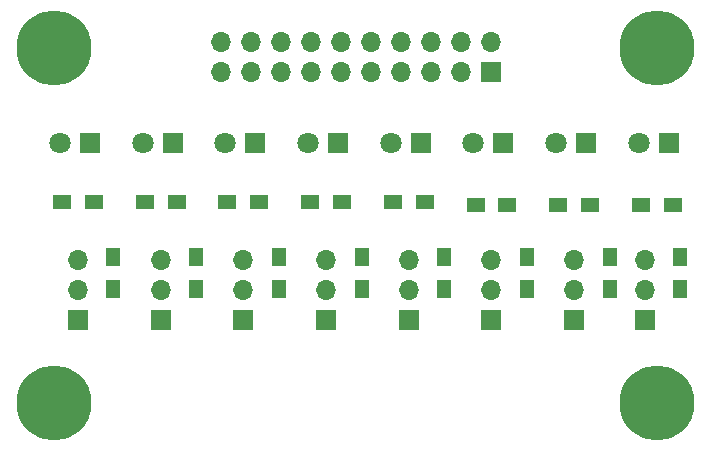
<source format=gbr>
%TF.GenerationSoftware,KiCad,Pcbnew,(6.0.1)*%
%TF.CreationDate,2022-05-23T13:46:20-04:00*%
%TF.ProjectId,SWLEDX8,53574c45-4458-4382-9e6b-696361645f70,X1*%
%TF.SameCoordinates,Original*%
%TF.FileFunction,Soldermask,Bot*%
%TF.FilePolarity,Negative*%
%FSLAX46Y46*%
G04 Gerber Fmt 4.6, Leading zero omitted, Abs format (unit mm)*
G04 Created by KiCad (PCBNEW (6.0.1)) date 2022-05-23 13:46:20*
%MOMM*%
%LPD*%
G01*
G04 APERTURE LIST*
%ADD10R,1.800000X1.800000*%
%ADD11C,1.800000*%
%ADD12C,6.350000*%
%ADD13R,1.700000X1.700000*%
%ADD14O,1.700000X1.700000*%
%ADD15R,1.300000X1.500000*%
%ADD16R,1.500000X1.300000*%
G04 APERTURE END LIST*
D10*
%TO.C,D0*%
X56000000Y-12000000D03*
D11*
X53460000Y-12000000D03*
%TD*%
D10*
%TO.C,D1*%
X49000000Y-12000000D03*
D11*
X46460000Y-12000000D03*
%TD*%
D10*
%TO.C,D2*%
X42000000Y-12000000D03*
D11*
X39460000Y-12000000D03*
%TD*%
D10*
%TO.C,D3*%
X35000000Y-12000000D03*
D11*
X32460000Y-12000000D03*
%TD*%
D10*
%TO.C,D4*%
X28000000Y-12000000D03*
D11*
X25460000Y-12000000D03*
%TD*%
D10*
%TO.C,D5*%
X21000000Y-12000000D03*
D11*
X18460000Y-12000000D03*
%TD*%
D10*
%TO.C,D6*%
X14000000Y-12000000D03*
D11*
X11460000Y-12000000D03*
%TD*%
D10*
%TO.C,D7*%
X7000000Y-12000000D03*
D11*
X4460000Y-12000000D03*
%TD*%
D12*
%TO.C,MTG?1*%
X55000000Y-34000000D03*
%TD*%
%TO.C,MTG1*%
X55000000Y-4000000D03*
%TD*%
%TO.C,MTG2*%
X4000000Y-4000000D03*
%TD*%
%TO.C,MTG3*%
X4000000Y-34000000D03*
%TD*%
D13*
%TO.C,SW0*%
X54000000Y-27000000D03*
D14*
X54000000Y-24460000D03*
X54000000Y-21920000D03*
%TD*%
D13*
%TO.C,SW1*%
X48000000Y-27000000D03*
D14*
X48000000Y-24460000D03*
X48000000Y-21920000D03*
%TD*%
D13*
%TO.C,SW2*%
X41000000Y-27000000D03*
D14*
X41000000Y-24460000D03*
X41000000Y-21920000D03*
%TD*%
D13*
%TO.C,SW3*%
X34000000Y-27000000D03*
D14*
X34000000Y-24460000D03*
X34000000Y-21920000D03*
%TD*%
D13*
%TO.C,SW4*%
X27000000Y-27000000D03*
D14*
X27000000Y-24460000D03*
X27000000Y-21920000D03*
%TD*%
D13*
%TO.C,SW5*%
X20000000Y-27000000D03*
D14*
X20000000Y-24460000D03*
X20000000Y-21920000D03*
%TD*%
D13*
%TO.C,SW6*%
X13000000Y-27000000D03*
D14*
X13000000Y-24460000D03*
X13000000Y-21920000D03*
%TD*%
D13*
%TO.C,SW7*%
X6000000Y-27000000D03*
D14*
X6000000Y-24460000D03*
X6000000Y-21920000D03*
%TD*%
D15*
%TO.C,R1*%
X57000000Y-21650000D03*
X57000000Y-24350000D03*
%TD*%
%TO.C,R2*%
X51000000Y-21650000D03*
X51000000Y-24350000D03*
%TD*%
%TO.C,R3*%
X44000000Y-21650000D03*
X44000000Y-24350000D03*
%TD*%
%TO.C,R4*%
X37000000Y-21650000D03*
X37000000Y-24350000D03*
%TD*%
%TO.C,R5*%
X30000000Y-21650000D03*
X30000000Y-24350000D03*
%TD*%
%TO.C,R6*%
X23000000Y-21650000D03*
X23000000Y-24350000D03*
%TD*%
%TO.C,R7*%
X16000000Y-21650000D03*
X16000000Y-24350000D03*
%TD*%
%TO.C,R8*%
X9000000Y-21650000D03*
X9000000Y-24350000D03*
%TD*%
D16*
%TO.C,R9*%
X53650000Y-17250000D03*
X56350000Y-17250000D03*
%TD*%
%TO.C,R10*%
X46650000Y-17250000D03*
X49350000Y-17250000D03*
%TD*%
%TO.C,R11*%
X39650000Y-17250000D03*
X42350000Y-17250000D03*
%TD*%
%TO.C,R12*%
X32650000Y-17000000D03*
X35350000Y-17000000D03*
%TD*%
%TO.C,R13*%
X25650000Y-17000000D03*
X28350000Y-17000000D03*
%TD*%
%TO.C,R14*%
X18650000Y-17000000D03*
X21350000Y-17000000D03*
%TD*%
%TO.C,R15*%
X11650000Y-17000000D03*
X14350000Y-17000000D03*
%TD*%
%TO.C,R16*%
X4650000Y-17000000D03*
X7350000Y-17000000D03*
%TD*%
D13*
%TO.C,P1*%
X41000000Y-6000000D03*
D14*
X41000000Y-3460000D03*
X38460000Y-6000000D03*
X38460000Y-3460000D03*
X35920000Y-6000000D03*
X35920000Y-3460000D03*
X33380000Y-6000000D03*
X33380000Y-3460000D03*
X30840000Y-6000000D03*
X30840000Y-3460000D03*
X28300000Y-6000000D03*
X28300000Y-3460000D03*
X25760000Y-6000000D03*
X25760000Y-3460000D03*
X23220000Y-6000000D03*
X23220000Y-3460000D03*
X20680000Y-6000000D03*
X20680000Y-3460000D03*
X18140000Y-6000000D03*
X18140000Y-3460000D03*
%TD*%
M02*

</source>
